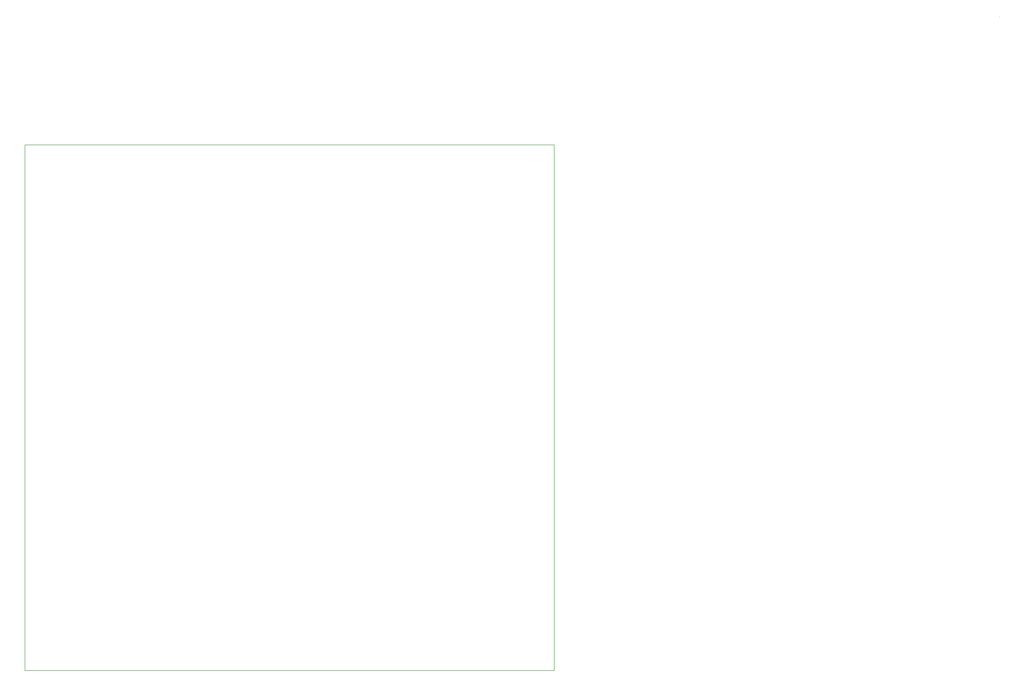
<source format=gbr>
G04 (created by PCBNEW (2013-may-18)-stable) date Thu 01 May 2014 10:55:01 PM CEST*
%MOIN*%
G04 Gerber Fmt 3.4, Leading zero omitted, Abs format*
%FSLAX34Y34*%
G01*
G70*
G90*
G04 APERTURE LIST*
%ADD10C,0.00590551*%
%ADD11C,0.00393701*%
G04 APERTURE END LIST*
G54D10*
G54D11*
X58750Y-52500D02*
X19500Y-52500D01*
X58750Y-13500D02*
X58750Y-52500D01*
X19500Y-13500D02*
X19500Y-52500D01*
X19500Y-13500D02*
X58750Y-13500D01*
X91750Y-4000D02*
G75*
G03X91750Y-4000I0J0D01*
G74*
G01*
X91749Y-4000D02*
X91750Y-4000D01*
X91750Y-3999D02*
X91750Y-4000D01*
X91750Y-4000D02*
G75*
G03X91750Y-4000I0J0D01*
G74*
G01*
X91749Y-4000D02*
X91750Y-4000D01*
X91750Y-3999D02*
X91750Y-4000D01*
X91750Y-4000D02*
G75*
G03X91750Y-4000I0J0D01*
G74*
G01*
X91749Y-4000D02*
X91750Y-4000D01*
X91750Y-3999D02*
X91750Y-4000D01*
X91750Y-4000D02*
G75*
G03X91750Y-4000I0J0D01*
G74*
G01*
X91749Y-4000D02*
X91750Y-4000D01*
X91750Y-3999D02*
X91750Y-4000D01*
X91750Y-4000D02*
G75*
G03X91750Y-4000I0J0D01*
G74*
G01*
X91749Y-4000D02*
X91750Y-4000D01*
X91750Y-3999D02*
X91750Y-4000D01*
X91750Y-4000D02*
G75*
G03X91750Y-4000I0J0D01*
G74*
G01*
X91749Y-4000D02*
X91750Y-4000D01*
X91750Y-3999D02*
X91750Y-4000D01*
X91750Y-4000D02*
G75*
G03X91750Y-4000I0J0D01*
G74*
G01*
X91749Y-4000D02*
X91750Y-4000D01*
X91750Y-3999D02*
X91750Y-4000D01*
X91750Y-4000D02*
G75*
G03X91750Y-4000I0J0D01*
G74*
G01*
X91749Y-4000D02*
X91750Y-4000D01*
X91750Y-3999D02*
X91750Y-4000D01*
X91750Y-4000D02*
G75*
G03X91750Y-4000I0J0D01*
G74*
G01*
X91749Y-4000D02*
X91750Y-4000D01*
X91750Y-3999D02*
X91750Y-4000D01*
X91750Y-4000D02*
G75*
G03X91750Y-4000I0J0D01*
G74*
G01*
X91749Y-4000D02*
X91750Y-4000D01*
X91750Y-3999D02*
X91750Y-4000D01*
M02*

</source>
